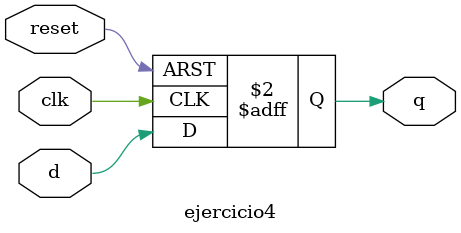
<source format=v>
module ejercicio4(input wire clk, input wire d, input wire reset, output reg q);
    always @(posedge clk or posedge reset) begin
        if (reset) 
            begin
                q <= 1'b0;      // reset asíncrono: Q -> 0
            end 
        else begin
            q <= d;         // en flanco positivo de clk: capturar D
        end
    end
endmodule 
</source>
